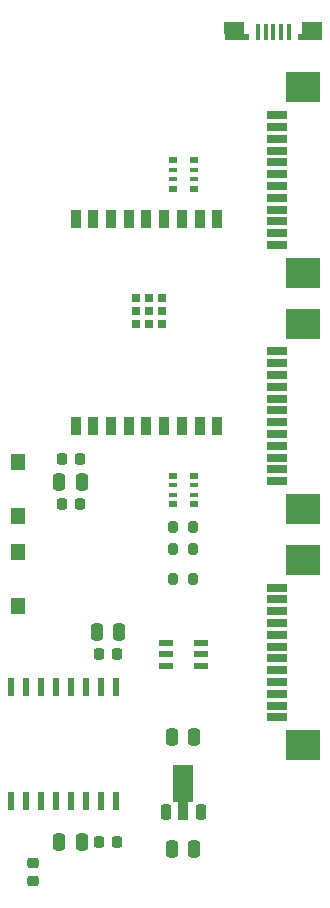
<source format=gbr>
%TF.GenerationSoftware,KiCad,Pcbnew,9.0.0*%
%TF.CreationDate,2025-03-09T10:42:14+03:00*%
%TF.ProjectId,PM_MCU-ESP32_C3,504d5f4d-4355-42d4-9553-5033325f4333,rev?*%
%TF.SameCoordinates,Original*%
%TF.FileFunction,Paste,Top*%
%TF.FilePolarity,Positive*%
%FSLAX46Y46*%
G04 Gerber Fmt 4.6, Leading zero omitted, Abs format (unit mm)*
G04 Created by KiCad (PCBNEW 9.0.0) date 2025-03-09 10:42:14*
%MOMM*%
%LPD*%
G01*
G04 APERTURE LIST*
G04 Aperture macros list*
%AMRoundRect*
0 Rectangle with rounded corners*
0 $1 Rounding radius*
0 $2 $3 $4 $5 $6 $7 $8 $9 X,Y pos of 4 corners*
0 Add a 4 corners polygon primitive as box body*
4,1,4,$2,$3,$4,$5,$6,$7,$8,$9,$2,$3,0*
0 Add four circle primitives for the rounded corners*
1,1,$1+$1,$2,$3*
1,1,$1+$1,$4,$5*
1,1,$1+$1,$6,$7*
1,1,$1+$1,$8,$9*
0 Add four rect primitives between the rounded corners*
20,1,$1+$1,$2,$3,$4,$5,0*
20,1,$1+$1,$4,$5,$6,$7,0*
20,1,$1+$1,$6,$7,$8,$9,0*
20,1,$1+$1,$8,$9,$2,$3,0*%
%AMFreePoly0*
4,1,9,3.862500,-0.866500,0.737500,-0.866500,0.737500,-0.450000,-0.737500,-0.450000,-0.737500,0.450000,0.737500,0.450000,0.737500,0.866500,3.862500,0.866500,3.862500,-0.866500,3.862500,-0.866500,$1*%
G04 Aperture macros list end*
%ADD10R,1.803400X0.635000*%
%ADD11R,2.997200X2.590800*%
%ADD12R,1.244600X1.346200*%
%ADD13R,0.889000X1.498600*%
%ADD14R,0.711200X0.711200*%
%ADD15RoundRect,0.225000X0.225000X0.250000X-0.225000X0.250000X-0.225000X-0.250000X0.225000X-0.250000X0*%
%ADD16RoundRect,0.225000X0.225000X-0.425000X0.225000X0.425000X-0.225000X0.425000X-0.225000X-0.425000X0*%
%ADD17FreePoly0,90.000000*%
%ADD18R,0.406400X1.350000*%
%ADD19R,1.679095X1.075150*%
%ADD20R,2.108196X0.525058*%
%ADD21R,0.800000X0.500000*%
%ADD22R,0.800000X0.400000*%
%ADD23RoundRect,0.250000X0.250000X0.475000X-0.250000X0.475000X-0.250000X-0.475000X0.250000X-0.475000X0*%
%ADD24R,0.482600X1.549400*%
%ADD25RoundRect,0.200000X-0.200000X-0.275000X0.200000X-0.275000X0.200000X0.275000X-0.200000X0.275000X0*%
%ADD26RoundRect,0.250000X-0.250000X-0.475000X0.250000X-0.475000X0.250000X0.475000X-0.250000X0.475000X0*%
%ADD27R,1.181100X0.558800*%
%ADD28RoundRect,0.225000X0.250000X-0.225000X0.250000X0.225000X-0.250000X0.225000X-0.250000X-0.225000X0*%
G04 APERTURE END LIST*
D10*
%TO.C,J3*%
X24444000Y24500008D03*
X24444000Y25500006D03*
X24444000Y26500004D03*
X24444000Y27500002D03*
X24444000Y28500000D03*
X24444000Y29500000D03*
X24444000Y30500000D03*
X24444000Y31500000D03*
X24444000Y32499998D03*
X24444000Y33499996D03*
X24444000Y34499994D03*
X24444000Y35499992D03*
D11*
X26614001Y22149997D03*
X26614001Y37850003D03*
%TD*%
D10*
%TO.C,J2*%
X24444000Y4500008D03*
X24444000Y5500006D03*
X24444000Y6500004D03*
X24444000Y7500002D03*
X24444000Y8500000D03*
X24444000Y9500000D03*
X24444000Y10500000D03*
X24444000Y11500000D03*
X24444000Y12499998D03*
X24444000Y13499996D03*
X24444000Y14499994D03*
X24444000Y15499992D03*
D11*
X26614001Y2149997D03*
X26614001Y17850003D03*
%TD*%
D12*
%TO.C,SW2*%
X2540000Y6096000D03*
X2540000Y1524000D03*
%TD*%
D13*
%TO.C,U1*%
X7390002Y9170000D03*
X8890001Y9170000D03*
X10390001Y9170000D03*
X11890000Y9170000D03*
X13390000Y9170000D03*
X14890000Y9170000D03*
X16390002Y9170000D03*
X17890001Y9170000D03*
X19390001Y9170000D03*
X19389998Y26670000D03*
X17889999Y26670000D03*
X16389999Y26670000D03*
X14890000Y26670000D03*
X13390000Y26670000D03*
X11890000Y26670000D03*
X10389998Y26670000D03*
X8889999Y26670000D03*
X7389999Y26670000D03*
D14*
X12490000Y17780000D03*
X13590000Y17780000D03*
X14690000Y17780000D03*
X12490000Y18880000D03*
X13590000Y18880000D03*
X14690000Y18880000D03*
X12490000Y19980000D03*
X13590000Y19980000D03*
X14690000Y19980000D03*
%TD*%
D15*
%TO.C,C8*%
X10935000Y-10160000D03*
X9385000Y-10160000D03*
%TD*%
%TO.C,C1*%
X7760000Y2540000D03*
X6210000Y2540000D03*
%TD*%
D16*
%TO.C,U2*%
X15010000Y-23540000D03*
D17*
X16510000Y-23452500D03*
D16*
X18010000Y-23540000D03*
%TD*%
D18*
%TO.C,J1*%
X25430000Y42527092D03*
X24780014Y42527092D03*
X24130028Y42527092D03*
X23480042Y42527092D03*
D19*
X27444579Y42914733D03*
D20*
X27230029Y42114629D03*
D18*
X22830056Y42527092D03*
D20*
X21030031Y42114621D03*
D19*
X20815481Y42914725D03*
%TD*%
D15*
%TO.C,C5*%
X7760000Y6350000D03*
X6210000Y6350000D03*
%TD*%
D21*
%TO.C,RN2*%
X15610000Y4940000D03*
D22*
X15610000Y4140000D03*
X15610000Y3340000D03*
D21*
X15610000Y2540000D03*
X17410000Y2540000D03*
D22*
X17410000Y3340000D03*
X17410000Y4140000D03*
D21*
X17410000Y4940000D03*
%TD*%
D23*
%TO.C,C10*%
X17460000Y-26670000D03*
X15560000Y-26670000D03*
%TD*%
D24*
%TO.C,U6*%
X10795000Y-12954000D03*
X9525000Y-12954000D03*
X8255000Y-12954000D03*
X6985000Y-12954000D03*
X5715000Y-12954000D03*
X4445000Y-12954000D03*
X3175000Y-12954000D03*
X1905000Y-12954000D03*
X1905000Y-22606000D03*
X3175000Y-22606000D03*
X4445000Y-22606000D03*
X5715000Y-22606000D03*
X6985000Y-22606000D03*
X8255000Y-22606000D03*
X9525000Y-22606000D03*
X10795000Y-22606000D03*
%TD*%
D10*
%TO.C,J4*%
X24444000Y-15499992D03*
X24444000Y-14499994D03*
X24444000Y-13499996D03*
X24444000Y-12499998D03*
X24444000Y-11500000D03*
X24444000Y-10500000D03*
X24444000Y-9500000D03*
X24444000Y-8500000D03*
X24444000Y-7500002D03*
X24444000Y-6500004D03*
X24444000Y-5500006D03*
X24444000Y-4500008D03*
D11*
X26614001Y-17850003D03*
X26614001Y-2149997D03*
%TD*%
D25*
%TO.C,R3*%
X15685000Y635000D03*
X17335000Y635000D03*
%TD*%
D26*
%TO.C,C3*%
X6035000Y-26035000D03*
X7935000Y-26035000D03*
%TD*%
D27*
%TO.C,U5*%
X15043150Y-9209999D03*
X15043150Y-10160000D03*
X15043150Y-11110001D03*
X17976850Y-11110001D03*
X17976850Y-10160000D03*
X17976850Y-9209999D03*
%TD*%
D15*
%TO.C,C9*%
X10935000Y-26035000D03*
X9385000Y-26035000D03*
%TD*%
D23*
%TO.C,C6*%
X11110000Y-8255000D03*
X9210000Y-8255000D03*
%TD*%
D25*
%TO.C,R1*%
X15685000Y-1270000D03*
X17335000Y-1270000D03*
%TD*%
D23*
%TO.C,C4*%
X17460000Y-17145000D03*
X15560000Y-17145000D03*
%TD*%
%TO.C,C2*%
X7935000Y4445000D03*
X6035000Y4445000D03*
%TD*%
D12*
%TO.C,SW1*%
X2540000Y-6096000D03*
X2540000Y-1524000D03*
%TD*%
D25*
%TO.C,R5*%
X15685000Y-3810000D03*
X17335000Y-3810000D03*
%TD*%
D21*
%TO.C,RN1*%
X15610000Y31680000D03*
D22*
X15610000Y30880000D03*
X15610000Y30080000D03*
D21*
X15610000Y29280000D03*
X17410000Y29280000D03*
D22*
X17410000Y30080000D03*
X17410000Y30880000D03*
D21*
X17410000Y31680000D03*
%TD*%
D28*
%TO.C,C7*%
X3810000Y-29350000D03*
X3810000Y-27800000D03*
%TD*%
M02*

</source>
